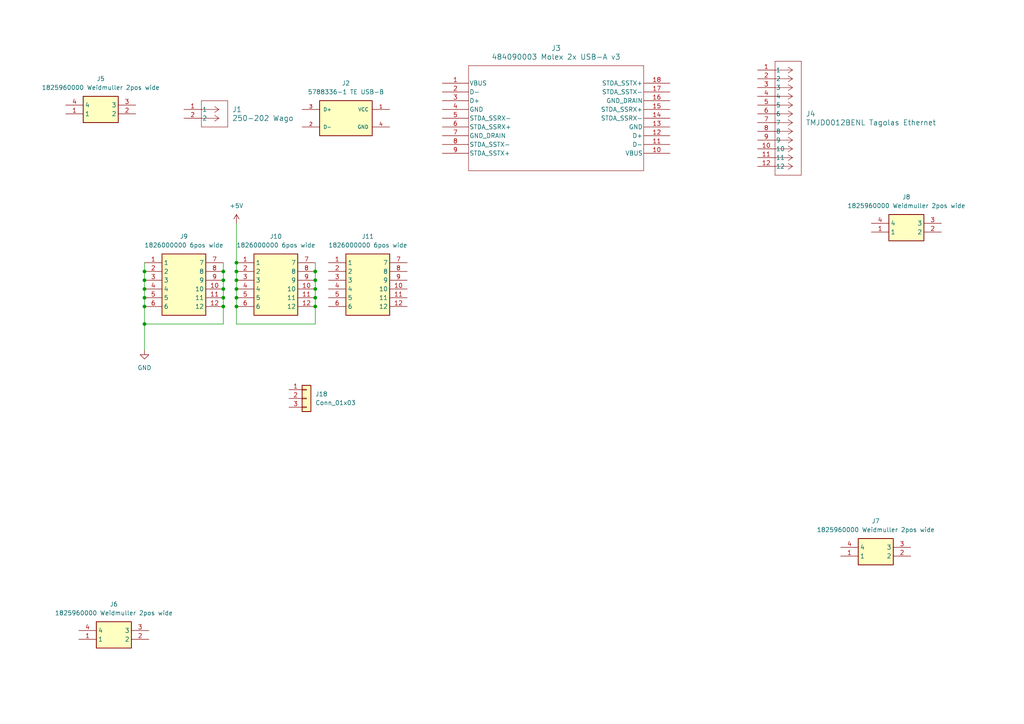
<source format=kicad_sch>
(kicad_sch (version 20230121) (generator eeschema)
  (paper "A4")
  (lib_symbols
    (symbol "Connector_Generic:Conn_01x03" (pin_names (offset 1.016) hide)
      (property "Reference" "J" (at 0 5.08 0))
      (property "Value" "Conn_01x03" (at 0 -5.08 0))
      (symbol "Conn_01x03_1_1"
        (rectangle (start -1.27 -2.413) (end 0 -2.667) (stroke (width 0.1524)))
        (rectangle (start -1.27 0.127) (end 0 -0.127) (stroke (width 0.1524)))
        (rectangle (start -1.27 2.667) (end 0 2.413) (stroke (width 0.1524)))
        (rectangle (start -1.27 3.81) (end 1.27 -3.81) (stroke (width 0.254)) (fill (type background)))
        (pin passive line (at -5.08 2.54 0) (length 3.81) (name "Pin_1") (number "1"))
        (pin passive line (at -5.08 0 0) (length 3.81) (name "Pin_2") (number "2"))
        (pin passive line (at -5.08 -2.54 0) (length 3.81) (name "Pin_3") (number "3"))
      )
    )
    (symbol "Snapeda:1825960000 Weidmuller 2pos wide"
      (property "Reference" "J" (at 16.51 7.62 0))
      (property "Value" "1825960000 Weidmuller 2pos wide" (at 16.51 5.08 0))
      (symbol "1825960000 Weidmuller 2pos wide_1_1"
        (rectangle (start 5.08 2.54) (end 15.24 -5.08) (stroke (width 0.254)) (fill (type background)))
        (pin passive line (at 0 -2.54 0) (length 5.08) (name "1") (number "1"))
        (pin passive line (at 20.32 -2.54 180) (length 5.08) (name "2") (number "2"))
        (pin passive line (at 20.32 0 180) (length 5.08) (name "3") (number "3"))
        (pin passive line (at 0 0 0) (length 5.08) (name "4") (number "4"))
      )
    )
    (symbol "Snapeda:250-202 Wago" (pin_names (offset 0.254))
      (property "Reference" "J" (at 8.89 6.35 0))
      (property "Value" "250-202 Wago" (at 2.54 3.81 0))
      (symbol "250-202 Wago_1_1"
        (polyline (pts (xy 5.08 -5.08) (xy 12.7 -5.08)) (stroke (width 0.127)))
        (polyline (pts (xy 5.08 2.54) (xy 5.08 -5.08)) (stroke (width 0.127)))
        (polyline (pts (xy 10.16 -2.54) (xy 5.08 -2.54)) (stroke (width 0.127)))
        (polyline (pts (xy 10.16 -2.54) (xy 8.89 -3.3867)) (stroke (width 0.127)))
        (polyline (pts (xy 10.16 -2.54) (xy 8.89 -1.6933)) (stroke (width 0.127)))
        (polyline (pts (xy 10.16 0) (xy 5.08 0)) (stroke (width 0.127)))
        (polyline (pts (xy 10.16 0) (xy 8.89 -0.8467)) (stroke (width 0.127)))
        (polyline (pts (xy 10.16 0) (xy 8.89 0.8467)) (stroke (width 0.127)))
        (polyline (pts (xy 12.7 -5.08) (xy 12.7 2.54)) (stroke (width 0.127)))
        (polyline (pts (xy 12.7 2.54) (xy 5.08 2.54)) (stroke (width 0.127)))
        (pin unspecified line (at 0 0 0) (length 5.08) (name "1") (number "1"))
        (pin unspecified line (at 0 -2.54 0) (length 5.08) (name "2") (number "2"))
      )
      (symbol "250-202 Wago_1_2"
        (polyline (pts (xy 5.08 -5.08) (xy 12.7 -5.08)) (stroke (width 0.127)))
        (polyline (pts (xy 5.08 2.54) (xy 5.08 -5.08)) (stroke (width 0.127)))
        (polyline (pts (xy 7.62 -2.54) (xy 5.08 -2.54)) (stroke (width 0.127)))
        (polyline (pts (xy 7.62 -2.54) (xy 8.89 -3.3867)) (stroke (width 0.127)))
        (polyline (pts (xy 7.62 -2.54) (xy 8.89 -1.6933)) (stroke (width 0.127)))
        (polyline (pts (xy 7.62 0) (xy 5.08 0)) (stroke (width 0.127)))
        (polyline (pts (xy 7.62 0) (xy 8.89 -0.8467)) (stroke (width 0.127)))
        (polyline (pts (xy 7.62 0) (xy 8.89 0.8467)) (stroke (width 0.127)))
        (polyline (pts (xy 12.7 -5.08) (xy 12.7 2.54)) (stroke (width 0.127)))
        (polyline (pts (xy 12.7 2.54) (xy 5.08 2.54)) (stroke (width 0.127)))
        (pin unspecified line (at 0 0 0) (length 5.08) (name "1") (number "1"))
        (pin unspecified line (at 0 -2.54 0) (length 5.08) (name "2") (number "2"))
      )
    )
    (symbol "Snapeda:484090003 Molex 2x USB-A v3" (pin_names (offset 0.254))
      (property "Reference" "J" (at 33.02 10.16 0))
      (property "Value" "484090003 Molex 2x USB-A v3" (at 33.02 7.62 0))
      (symbol "484090003 Molex 2x USB-A v3_0_1"
        (polyline (pts (xy 7.62 -25.4) (xy 58.42 -25.4)) (stroke (width 0.127)))
        (polyline (pts (xy 7.62 5.08) (xy 7.62 -25.4)) (stroke (width 0.127)))
        (polyline (pts (xy 58.42 -25.4) (xy 58.42 5.08)) (stroke (width 0.127)))
        (polyline (pts (xy 58.42 5.08) (xy 7.62 5.08)) (stroke (width 0.127)))
        (pin power_in line (at 0 0 0) (length 7.62) (name "VBUS") (number "1"))
        (pin power_in line (at 66.04 -20.32 180) (length 7.62) (name "VBUS") (number "10"))
        (pin bidirectional line (at 66.04 -17.78 180) (length 7.62) (name "D-") (number "11"))
        (pin bidirectional line (at 66.04 -15.24 180) (length 7.62) (name "D+") (number "12"))
        (pin power_out line (at 66.04 -12.7 180) (length 7.62) (name "GND") (number "13"))
        (pin input line (at 66.04 -10.16 180) (length 7.62) (name "STDA_SSRX-") (number "14"))
        (pin input line (at 66.04 -7.62 180) (length 7.62) (name "STDA_SSRX+") (number "15"))
        (pin power_out line (at 66.04 -5.08 180) (length 7.62) (name "GND_DRAIN") (number "16"))
        (pin output line (at 66.04 -2.54 180) (length 7.62) (name "STDA_SSTX-") (number "17"))
        (pin output line (at 66.04 0 180) (length 7.62) (name "STDA_SSTX+") (number "18"))
        (pin bidirectional line (at 0 -2.54 0) (length 7.62) (name "D-") (number "2"))
        (pin bidirectional line (at 0 -5.08 0) (length 7.62) (name "D+") (number "3"))
        (pin power_out line (at 0 -7.62 0) (length 7.62) (name "GND") (number "4"))
        (pin input line (at 0 -10.16 0) (length 7.62) (name "STDA_SSRX-") (number "5"))
        (pin input line (at 0 -12.7 0) (length 7.62) (name "STDA_SSRX+") (number "6"))
        (pin power_out line (at 0 -15.24 0) (length 7.62) (name "GND_DRAIN") (number "7"))
        (pin output line (at 0 -17.78 0) (length 7.62) (name "STDA_SSTX-") (number "8"))
        (pin output line (at 0 -20.32 0) (length 7.62) (name "STDA_SSTX+") (number "9"))
      )
    )
    (symbol "Snapeda:5788336-1 TE USB-B" (pin_names (offset 1.016))
      (property "Reference" "J" (at -7.6248 5.5915 0))
      (property "Value" "5788336-1 TE USB-B" (at -7.6215 -6.8593 0))
      (symbol "5788336-1 TE USB-B_0_0"
        (rectangle (start -7.62 -5.08) (end 7.62 5.08) (stroke (width 0.254)) (fill (type background)))
        (pin power_in line (at 12.7 2.54 180) (length 5.08) (name "VCC") (number "1"))
        (pin bidirectional line (at -12.7 -2.54 0) (length 5.08) (name "D-") (number "2"))
        (pin bidirectional line (at -12.7 2.54 0) (length 5.08) (name "D+") (number "3"))
        (pin power_in line (at 12.7 -2.54 180) (length 5.08) (name "GND") (number "4"))
      )
    )
    (symbol "Snapeda:TMJD0012BENL Tagolas Ethernet" (pin_names (offset 0.254))
      (property "Reference" "J" (at 8.89 6.35 0))
      (property "Value" "TMJD0012BENL Tagolas Ethernet" (at 24.13 2.54 0))
      (symbol "TMJD0012BENL Tagolas Ethernet_0_1"
        (polyline (pts (xy 5.08 -30.48) (xy 12.7 -30.48)) (stroke (width 0.127)))
        (polyline (pts (xy 5.08 2.54) (xy 5.08 -30.48)) (stroke (width 0.127)))
        (polyline (pts (xy 10.16 -27.94) (xy 5.08 -27.94)) (stroke (width 0.127)))
        (polyline (pts (xy 10.16 -27.94) (xy 8.89 -28.7867)) (stroke (width 0.127)))
        (polyline (pts (xy 10.16 -27.94) (xy 8.89 -27.0933)) (stroke (width 0.127)))
        (polyline (pts (xy 10.16 -25.4) (xy 5.08 -25.4)) (stroke (width 0.127)))
        (polyline (pts (xy 10.16 -25.4) (xy 8.89 -26.2467)) (stroke (width 0.127)))
        (polyline (pts (xy 10.16 -25.4) (xy 8.89 -24.5533)) (stroke (width 0.127)))
        (polyline (pts (xy 10.16 -22.86) (xy 5.08 -22.86)) (stroke (width 0.127)))
        (polyline (pts (xy 10.16 -22.86) (xy 8.89 -23.7067)) (stroke (width 0.127)))
        (polyline (pts (xy 10.16 -22.86) (xy 8.89 -22.0133)) (stroke (width 0.127)))
        (polyline (pts (xy 10.16 -20.32) (xy 5.08 -20.32)) (stroke (width 0.127)))
        (polyline (pts (xy 10.16 -20.32) (xy 8.89 -21.1667)) (stroke (width 0.127)))
        (polyline (pts (xy 10.16 -20.32) (xy 8.89 -19.4733)) (stroke (width 0.127)))
        (polyline (pts (xy 10.16 -17.78) (xy 5.08 -17.78)) (stroke (width 0.127)))
        (polyline (pts (xy 10.16 -17.78) (xy 8.89 -18.6267)) (stroke (width 0.127)))
        (polyline (pts (xy 10.16 -17.78) (xy 8.89 -16.9333)) (stroke (width 0.127)))
        (polyline (pts (xy 10.16 -15.24) (xy 5.08 -15.24)) (stroke (width 0.127)))
        (polyline (pts (xy 10.16 -15.24) (xy 8.89 -16.0867)) (stroke (width 0.127)))
        (polyline (pts (xy 10.16 -15.24) (xy 8.89 -14.3933)) (stroke (width 0.127)))
        (polyline (pts (xy 10.16 -12.7) (xy 5.08 -12.7)) (stroke (width 0.127)))
        (polyline (pts (xy 10.16 -12.7) (xy 8.89 -13.5467)) (stroke (width 0.127)))
        (polyline (pts (xy 10.16 -12.7) (xy 8.89 -11.8533)) (stroke (width 0.127)))
        (polyline (pts (xy 10.16 -10.16) (xy 5.08 -10.16)) (stroke (width 0.127)))
        (polyline (pts (xy 10.16 -10.16) (xy 8.89 -11.0067)) (stroke (width 0.127)))
        (polyline (pts (xy 10.16 -10.16) (xy 8.89 -9.3133)) (stroke (width 0.127)))
        (polyline (pts (xy 10.16 -7.62) (xy 5.08 -7.62)) (stroke (width 0.127)))
        (polyline (pts (xy 10.16 -7.62) (xy 8.89 -8.4667)) (stroke (width 0.127)))
        (polyline (pts (xy 10.16 -7.62) (xy 8.89 -6.7733)) (stroke (width 0.127)))
        (polyline (pts (xy 10.16 -5.08) (xy 5.08 -5.08)) (stroke (width 0.127)))
        (polyline (pts (xy 10.16 -5.08) (xy 8.89 -5.9267)) (stroke (width 0.127)))
        (polyline (pts (xy 10.16 -5.08) (xy 8.89 -4.2333)) (stroke (width 0.127)))
        (polyline (pts (xy 10.16 -2.54) (xy 5.08 -2.54)) (stroke (width 0.127)))
        (polyline (pts (xy 10.16 -2.54) (xy 8.89 -3.3867)) (stroke (width 0.127)))
        (polyline (pts (xy 10.16 -2.54) (xy 8.89 -1.6933)) (stroke (width 0.127)))
        (polyline (pts (xy 10.16 0) (xy 5.08 0)) (stroke (width 0.127)))
        (polyline (pts (xy 10.16 0) (xy 8.89 -0.8467)) (stroke (width 0.127)))
        (polyline (pts (xy 10.16 0) (xy 8.89 0.8467)) (stroke (width 0.127)))
        (polyline (pts (xy 12.7 -30.48) (xy 12.7 2.54)) (stroke (width 0.127)))
        (polyline (pts (xy 12.7 2.54) (xy 5.08 2.54)) (stroke (width 0.127)))
        (pin unspecified line (at 0 0 0) (length 5.08) (name "1") (number "1"))
        (pin unspecified line (at 0 -22.86 0) (length 5.08) (name "10") (number "10"))
        (pin unspecified line (at 0 -25.4 0) (length 5.08) (name "11") (number "11"))
        (pin unspecified line (at 0 -27.94 0) (length 5.08) (name "12") (number "12"))
        (pin unspecified line (at 0 -2.54 0) (length 5.08) (name "2") (number "2"))
        (pin unspecified line (at 0 -5.08 0) (length 5.08) (name "3") (number "3"))
        (pin unspecified line (at 0 -7.62 0) (length 5.08) (name "4") (number "4"))
        (pin unspecified line (at 0 -10.16 0) (length 5.08) (name "5") (number "5"))
        (pin unspecified line (at 0 -12.7 0) (length 5.08) (name "6") (number "6"))
        (pin unspecified line (at 0 -15.24 0) (length 5.08) (name "7") (number "7"))
        (pin unspecified line (at 0 -17.78 0) (length 5.08) (name "8") (number "8"))
        (pin unspecified line (at 0 -20.32 0) (length 5.08) (name "9") (number "9"))
      )
    )
    (symbol "Weidmuller:1825970000 3pos wide"
      (property "Reference" "J" (at 16.51 7.62 0))
      (property "Value" "1825970000 3pos wide" (at 16.51 5.08 0))
      (symbol "1825970000 3pos wide_1_1"
        (rectangle (start 5.08 2.54) (end 15.24 -7.62) (stroke (width 0.254)) (fill (type background)))
        (pin passive line (at 0 0 0) (length 5.08) (name "1") (number "1"))
        (pin passive line (at 20.32 0 180) (length 5.08) (name "2") (number "2"))
        (pin passive line (at 0 -2.54 0) (length 5.08) (name "3") (number "3"))
        (pin passive line (at 20.32 -2.54 180) (length 5.08) (name "4") (number "4"))
        (pin passive line (at 0 -5.08 0) (length 5.08) (name "5") (number "5"))
        (pin passive line (at 20.32 -5.08 180) (length 5.08) (name "6") (number "6"))
      )
    )
    (symbol "Weidmuller:1826000000 6pos wide"
      (property "Reference" "J" (at 19.05 7.62 0))
      (property "Value" "1826000000 6pos wide" (at 19.05 5.08 0))
      (symbol "1826000000 6pos wide_1_1"
        (rectangle (start 5.08 2.54) (end 17.78 -15.24) (stroke (width 0.254)) (fill (type background)))
        (pin passive line (at 0 0 0) (length 5.08) (name "1") (number "1"))
        (pin passive line (at 22.86 -7.62 180) (length 5.08) (name "10") (number "10"))
        (pin passive line (at 22.86 -10.16 180) (length 5.08) (name "11") (number "11"))
        (pin passive line (at 22.86 -12.7 180) (length 5.08) (name "12") (number "12"))
        (pin passive line (at 0 -2.54 0) (length 5.08) (name "2") (number "2"))
        (pin passive line (at 0 -5.08 0) (length 5.08) (name "3") (number "3"))
        (pin passive line (at 0 -7.62 0) (length 5.08) (name "4") (number "4"))
        (pin passive line (at 0 -10.16 0) (length 5.08) (name "5") (number "5"))
        (pin passive line (at 0 -12.7 0) (length 5.08) (name "6") (number "6"))
        (pin passive line (at 22.86 0 180) (length 5.08) (name "7") (number "7"))
        (pin passive line (at 22.86 -2.54 180) (length 5.08) (name "8") (number "8"))
        (pin passive line (at 22.86 -5.08 180) (length 5.08) (name "9") (number "9"))
      )
    )
    (symbol "power:+5V" (power) (pin_names (offset 0))
      (property "Value" "+5V" (at 0 3.556 0))
      (symbol "+5V_0_1"
        (polyline (pts (xy -0.762 1.27) (xy 0 2.54)))
        (polyline (pts (xy 0 0) (xy 0 2.54)))
        (polyline (pts (xy 0 2.54) (xy 0.762 1.27)))
      )
      (symbol "+5V_1_1"
        (pin power_in line (at 0 0 90) (length 0) hide (name "+5V") (number "1"))
      )
    )
    (symbol "power:GND" (power) (pin_names (offset 0))
      (property "Value" "GND" (at 0 -3.81 0))
      (symbol "GND_0_1"
        (polyline (pts (xy 0 0) (xy 0 -1.27) (xy 1.27 -1.27) (xy 0 -2.54) (xy -1.27 -1.27) (xy 0 -1.27)))
      )
      (symbol "GND_1_1"
        (pin power_in line (at 0 0 270) (length 0) hide (name "GND") (number "1"))
      )
    )
  )
  (junction (at 68.58 78.74))
  (junction (at 68.58 88.9))
  (junction (at 41.91 88.9))
  (junction (at 68.58 86.36))
  (junction (at 41.91 81.28))
  (junction (at 64.77 88.9))
  (junction (at 64.77 81.28))
  (junction (at 41.91 83.82))
  (junction (at 91.44 78.74))
  (junction (at 91.44 86.36))
  (junction (at 68.58 83.82))
  (junction (at 64.77 83.82))
  (junction (at 41.91 93.98))
  (junction (at 91.44 83.82))
  (junction (at 68.58 81.28))
  (junction (at 68.58 76.2))
  (junction (at 91.44 88.9))
  (junction (at 41.91 78.74))
  (junction (at 64.77 86.36))
  (junction (at 91.44 81.28))
  (junction (at 64.77 78.74))
  (junction (at 41.91 86.36))
  (wire (pts (xy 91.44 76.2) (xy 91.44 78.74)))
  (wire (pts (xy 68.58 81.28) (xy 68.58 83.82)))
  (wire (pts (xy 64.77 76.2) (xy 64.77 78.74)))
  (wire (pts (xy 41.91 78.74) (xy 41.91 81.28)))
  (wire (pts (xy 64.77 86.36) (xy 64.77 88.9)))
  (wire (pts (xy 41.91 88.9) (xy 41.91 93.98)))
  (wire (pts (xy 41.91 81.28) (xy 41.91 83.82)))
  (wire (pts (xy 64.77 88.9) (xy 64.77 93.98)))
  (wire (pts (xy 64.77 81.28) (xy 64.77 83.82)))
  (wire (pts (xy 41.91 83.82) (xy 41.91 86.36)))
  (wire (pts (xy 91.44 86.36) (xy 91.44 88.9)))
  (wire (pts (xy 91.44 83.82) (xy 91.44 86.36)))
  (wire (pts (xy 68.58 64.77) (xy 68.58 76.2)))
  (wire (pts (xy 91.44 93.98) (xy 68.58 93.98)))
  (wire (pts (xy 68.58 93.98) (xy 68.58 88.9)))
  (wire (pts (xy 41.91 76.2) (xy 41.91 78.74)))
  (wire (pts (xy 64.77 83.82) (xy 64.77 86.36)))
  (wire (pts (xy 68.58 76.2) (xy 68.58 78.74)))
  (wire (pts (xy 91.44 81.28) (xy 91.44 83.82)))
  (wire (pts (xy 64.77 93.98) (xy 41.91 93.98)))
  (wire (pts (xy 91.44 88.9) (xy 91.44 93.98)))
  (wire (pts (xy 91.44 78.74) (xy 91.44 81.28)))
  (wire (pts (xy 64.77 78.74) (xy 64.77 81.28)))
  (wire (pts (xy 68.58 83.82) (xy 68.58 86.36)))
  (wire (pts (xy 41.91 93.98) (xy 41.91 101.6)))
  (wire (pts (xy 41.91 86.36) (xy 41.91 88.9)))
  (wire (pts (xy 68.58 86.36) (xy 68.58 88.9)))
  (wire (pts (xy 68.58 78.74) (xy 68.58 81.28)))
  (symbol (lib_id "Snapeda:1825960000 Weidmuller 2pos wide") (at 22.86 182.88 0) (unit 1)
    (property "Reference" "J6" (at 33.02 175.26 0))
    (property "Value" "1825960000 Weidmuller 2pos wide" (at 33.02 177.8 0))
    (property "Footprint" "Weidmuller:1825960000" (effects hide))
    (property "Datasheet" "http://catalog.weidmueller.com/createDatasheetForMobile.do?ordernumber=1825960000&scope1=1&scope2=1&localeId=en" (effects hide))
    (property "Height" "14" (effects hide))
    (property "Manufacturer_Name" "Weidmuller" (effects hide))
    (property "Manufacturer_Part_Number" "1825960000" (effects hide))
    (property "Mouser Part Number" "470-1825960000" (effects hide))
    (property "Mouser Price/Stock" "https://www.mouser.co.uk/ProductDetail/Weidmuller/1825960000?qs=BTG2th8YmhTHqEF9wcCIDA%3D%3D" (effects hide))
  )
  (symbol (lib_id "Weidmuller:1825970000 3pos wide") (at -53.34 107.95 0) (unit 1)
    (property "Reference" "J12" (at -43.18 100.33 0))
    (property "Value" "1825970000 3pos wide" (at -43.18 102.87 0))
    (property "Footprint" "Weidmuller:1825970000" (effects hide))
    (property "Datasheet" "https://catalog.weidmueller.com/catalog/Start.do?localeId=en_DE&ObjectID=1825970000" (effects hide))
    (property "Height" "14" (effects hide))
    (property "Manufacturer_Name" "Weidmuller" (effects hide))
    (property "Manufacturer_Part_Number" "1825970000" (effects hide))
    (property "Mouser Part Number" "470-1825970000" (effects hide))
    (property "Mouser Price/Stock" "https://www.mouser.co.uk/ProductDetail/Weidmuller/1825970000?qs=BTG2th8YmhRDqFCxqJNfbg%3D%3D" (effects hide))
    (property "Arrow Part Number" "1825970000" (effects hide))
    (property "Arrow Price/Stock" "https://www.arrow.com/en/products/1825970000/weidmuller" (effects hide))
  )
  (symbol (lib_id "Snapeda:250-202 Wago") (at 53.34 31.75 0) (unit 1)
    (property "Reference" "J1" (at 67.31 31.75 0) (effects (font (size 1.524 1.524)) (justify left)))
    (property "Value" "250-202 Wago" (at 67.31 34.29 0) (effects (font (size 1.524 1.524)) (justify left)))
    (property "Footprint" "Wago:CONN_250-202" (effects hide))
    (property "Datasheet" "250-202" (effects hide))
    (property "MANUFACTURER" "Wago" (effects hide))
  )
  (symbol (lib_id "Weidmuller:1825970000 3pos wide") (at -53.34 175.26 0) (unit 1)
    (property "Reference" "J16" (at -43.18 167.64 0))
    (property "Value" "1825970000 3pos wide" (at -43.18 170.18 0))
    (property "Footprint" "Weidmuller:1825970000" (effects hide))
    (property "Datasheet" "https://catalog.weidmueller.com/catalog/Start.do?localeId=en_DE&ObjectID=1825970000" (effects hide))
    (property "Height" "14" (effects hide))
    (property "Manufacturer_Name" "Weidmuller" (effects hide))
    (property "Manufacturer_Part_Number" "1825970000" (effects hide))
    (property "Mouser Part Number" "470-1825970000" (effects hide))
    (property "Mouser Price/Stock" "https://www.mouser.co.uk/ProductDetail/Weidmuller/1825970000?qs=BTG2th8YmhRDqFCxqJNfbg%3D%3D" (effects hide))
    (property "Arrow Part Number" "1825970000" (effects hide))
    (property "Arrow Price/Stock" "https://www.arrow.com/en/products/1825970000/weidmuller" (effects hide))
  )
  (symbol (lib_id "Weidmuller:1825970000 3pos wide") (at -53.34 158.75 0) (unit 1)
    (property "Reference" "J15" (at -43.18 151.13 0))
    (property "Value" "1825970000 3pos wide" (at -43.18 153.67 0))
    (property "Footprint" "Weidmuller:1825970000" (effects hide))
    (property "Datasheet" "https://catalog.weidmueller.com/catalog/Start.do?localeId=en_DE&ObjectID=1825970000" (effects hide))
    (property "Height" "14" (effects hide))
    (property "Manufacturer_Name" "Weidmuller" (effects hide))
    (property "Manufacturer_Part_Number" "1825970000" (effects hide))
    (property "Mouser Part Number" "470-1825970000" (effects hide))
    (property "Mouser Price/Stock" "https://www.mouser.co.uk/ProductDetail/Weidmuller/1825970000?qs=BTG2th8YmhRDqFCxqJNfbg%3D%3D" (effects hide))
    (property "Arrow Part Number" "1825970000" (effects hide))
    (property "Arrow Price/Stock" "https://www.arrow.com/en/products/1825970000/weidmuller" (effects hide))
  )
  (symbol (lib_id "power:GND") (at 41.91 101.6 0) (unit 1)
    (property "Reference" "#PWR01" (effects hide))
    (property "Value" "GND" (at 41.91 106.68 0))
  )
  (symbol (lib_id "Weidmuller:1826000000 6pos wide") (at 68.58 76.2 0) (unit 1)
    (property "Reference" "J10" (at 80.01 68.58 0))
    (property "Value" "1826000000 6pos wide" (at 80.01 71.12 0))
    (property "Footprint" "Weidmuller:1826000000" (effects hide))
    (property "Datasheet" "https://catalog.weidmueller.com/catalog/Start.do;jsessionid=2749532747CE6C6BC1BEAE1201459BD6?ObjectID=1826000000&page=Product" (effects hide))
    (property "Height" "14" (effects hide))
    (property "Manufacturer_Name" "Weidmuller" (effects hide))
    (property "Manufacturer_Part_Number" "1826000000" (effects hide))
    (property "Mouser Part Number" "470-1826000000" (effects hide))
    (property "Mouser Price/Stock" "https://www.mouser.co.uk/ProductDetail/Weidmuller/1826000000?qs=WJDKaGZ8K%252B70pn5FEtEzLA%3D%3D" (effects hide))
  )
  (symbol (lib_id "Snapeda:TMJD0012BENL Tagolas Ethernet") (at 219.71 20.32 0) (unit 1)
    (property "Reference" "J4" (at 233.68 33.02 0) (effects (font (size 1.524 1.524)) (justify left)))
    (property "Value" "TMJD0012BENL Tagolas Ethernet" (at 233.68 35.56 0) (effects (font (size 1.524 1.524)) (justify left)))
    (property "Footprint" "Taoglas:CONN12_0012BENL_TAL" (effects hide))
    (property "Datasheet" "TMJD0012BENL" (effects hide))
    (property "MANUFACTURER" "Taoglas" (effects hide))
  )
  (symbol (lib_id "Weidmuller:1825970000 3pos wide") (at -53.34 189.23 0) (unit 1)
    (property "Reference" "J17" (at -43.18 181.61 0))
    (property "Value" "1825970000 3pos wide" (at -43.18 184.15 0))
    (property "Footprint" "Weidmuller:1825970000" (effects hide))
    (property "Datasheet" "https://catalog.weidmueller.com/catalog/Start.do?localeId=en_DE&ObjectID=1825970000" (effects hide))
    (property "Height" "14" (effects hide))
    (property "Manufacturer_Name" "Weidmuller" (effects hide))
    (property "Manufacturer_Part_Number" "1825970000" (effects hide))
    (property "Mouser Part Number" "470-1825970000" (effects hide))
    (property "Mouser Price/Stock" "https://www.mouser.co.uk/ProductDetail/Weidmuller/1825970000?qs=BTG2th8YmhRDqFCxqJNfbg%3D%3D" (effects hide))
    (property "Arrow Part Number" "1825970000" (effects hide))
    (property "Arrow Price/Stock" "https://www.arrow.com/en/products/1825970000/weidmuller" (effects hide))
  )
  (symbol (lib_id "Snapeda:1825960000 Weidmuller 2pos wide") (at 19.05 30.48 0) (unit 1)
    (property "Reference" "J5" (at 29.21 22.86 0))
    (property "Value" "1825960000 Weidmuller 2pos wide" (at 29.21 25.4 0))
    (property "Footprint" "Weidmuller:1825960000" (effects hide))
    (property "Datasheet" "http://catalog.weidmueller.com/createDatasheetForMobile.do?ordernumber=1825960000&scope1=1&scope2=1&localeId=en" (effects hide))
    (property "Height" "14" (effects hide))
    (property "Manufacturer_Name" "Weidmuller" (effects hide))
    (property "Manufacturer_Part_Number" "1825960000" (effects hide))
    (property "Mouser Part Number" "470-1825960000" (effects hide))
    (property "Mouser Price/Stock" "https://www.mouser.co.uk/ProductDetail/Weidmuller/1825960000?qs=BTG2th8YmhTHqEF9wcCIDA%3D%3D" (effects hide))
  )
  (symbol (lib_id "Snapeda:484090003 Molex 2x USB-A v3") (at 128.27 24.13 0) (unit 1)
    (property "Reference" "J3" (at 161.29 13.97 0) (effects (font (size 1.524 1.524))))
    (property "Value" "484090003 Molex 2x USB-A v3" (at 161.29 16.51 0) (effects (font (size 1.524 1.524))))
    (property "Footprint" "Molex:48409-0003_MOL" (effects hide))
    (property "Datasheet" "484090003" (effects hide))
    (property "MANUFACTURER" "Molex" (effects hide))
  )
  (symbol (lib_id "Weidmuller:1826000000 6pos wide") (at 95.25 76.2 0) (unit 1)
    (property "Reference" "J11" (at 106.68 68.58 0))
    (property "Value" "1826000000 6pos wide" (at 106.68 71.12 0))
    (property "Footprint" "Weidmuller:1826000000" (effects hide))
    (property "Datasheet" "https://catalog.weidmueller.com/catalog/Start.do;jsessionid=2749532747CE6C6BC1BEAE1201459BD6?ObjectID=1826000000&page=Product" (effects hide))
    (property "Height" "14" (effects hide))
    (property "Manufacturer_Name" "Weidmuller" (effects hide))
    (property "Manufacturer_Part_Number" "1826000000" (effects hide))
    (property "Mouser Part Number" "470-1826000000" (effects hide))
    (property "Mouser Price/Stock" "https://www.mouser.co.uk/ProductDetail/Weidmuller/1826000000?qs=WJDKaGZ8K%252B70pn5FEtEzLA%3D%3D" (effects hide))
  )
  (symbol (lib_id "Weidmuller:1825970000 3pos wide") (at -53.34 142.24 0) (unit 1)
    (property "Reference" "J14" (at -43.18 134.62 0))
    (property "Value" "1825970000 3pos wide" (at -43.18 137.16 0))
    (property "Footprint" "Weidmuller:1825970000" (effects hide))
    (property "Datasheet" "https://catalog.weidmueller.com/catalog/Start.do?localeId=en_DE&ObjectID=1825970000" (effects hide))
    (property "Height" "14" (effects hide))
    (property "Manufacturer_Name" "Weidmuller" (effects hide))
    (property "Manufacturer_Part_Number" "1825970000" (effects hide))
    (property "Mouser Part Number" "470-1825970000" (effects hide))
    (property "Mouser Price/Stock" "https://www.mouser.co.uk/ProductDetail/Weidmuller/1825970000?qs=BTG2th8YmhRDqFCxqJNfbg%3D%3D" (effects hide))
    (property "Arrow Part Number" "1825970000" (effects hide))
    (property "Arrow Price/Stock" "https://www.arrow.com/en/products/1825970000/weidmuller" (effects hide))
  )
  (symbol (lib_id "Snapeda:1825960000 Weidmuller 2pos wide") (at 252.73 64.77 0) (unit 1)
    (property "Reference" "J8" (at 262.89 57.15 0))
    (property "Value" "1825960000 Weidmuller 2pos wide" (at 262.89 59.69 0))
    (property "Footprint" "Weidmuller:1825960000" (effects hide))
    (property "Datasheet" "http://catalog.weidmueller.com/createDatasheetForMobile.do?ordernumber=1825960000&scope1=1&scope2=1&localeId=en" (effects hide))
    (property "Height" "14" (effects hide))
    (property "Manufacturer_Name" "Weidmuller" (effects hide))
    (property "Manufacturer_Part_Number" "1825960000" (effects hide))
    (property "Mouser Part Number" "470-1825960000" (effects hide))
    (property "Mouser Price/Stock" "https://www.mouser.co.uk/ProductDetail/Weidmuller/1825960000?qs=BTG2th8YmhTHqEF9wcCIDA%3D%3D" (effects hide))
  )
  (symbol (lib_id "Snapeda:1825960000 Weidmuller 2pos wide") (at 243.84 158.75 0) (unit 1)
    (property "Reference" "J7" (at 254 151.13 0))
    (property "Value" "1825960000 Weidmuller 2pos wide" (at 254 153.67 0))
    (property "Footprint" "Weidmuller:1825960000" (effects hide))
    (property "Datasheet" "http://catalog.weidmueller.com/createDatasheetForMobile.do?ordernumber=1825960000&scope1=1&scope2=1&localeId=en" (effects hide))
    (property "Height" "14" (effects hide))
    (property "Manufacturer_Name" "Weidmuller" (effects hide))
    (property "Manufacturer_Part_Number" "1825960000" (effects hide))
    (property "Mouser Part Number" "470-1825960000" (effects hide))
    (property "Mouser Price/Stock" "https://www.mouser.co.uk/ProductDetail/Weidmuller/1825960000?qs=BTG2th8YmhTHqEF9wcCIDA%3D%3D" (effects hide))
  )
  (symbol (lib_id "Connector_Generic:Conn_01x03") (at 88.9 115.57 0) (unit 1)
    (property "Reference" "J18" (at 91.44 114.3 0) (effects (justify left)))
    (property "Value" "Conn_01x03" (at 91.44 116.84 0) (effects (justify left)))
  )
  (symbol (lib_id "Snapeda:5788336-1 TE USB-B") (at 100.33 34.29 0) (unit 1)
    (property "Reference" "J2" (at 100.33 24.13 0))
    (property "Value" "5788336-1 TE USB-B" (at 100.33 26.67 0))
    (property "Footprint" "TE:TE_5788336-1_USB-B" (effects hide))
    (property "Datasheet" "5788336-1 " (effects hide))
    (property "PARTREV" "R" (effects hide))
    (property "STANDARD" "Manufacturer Recommendation" (effects hide))
    (property "MANUFACTURER" "TE Connectivity" (effects hide))
  )
  (symbol (lib_id "power:+5V") (at 68.58 64.77 0) (unit 1)
    (property "Reference" "#PWR02" (effects hide))
    (property "Value" "+5V" (at 68.58 59.69 0))
  )
  (symbol (lib_id "Weidmuller:1825970000 3pos wide") (at -53.34 124.46 0) (unit 1)
    (property "Reference" "J13" (at -43.18 116.84 0))
    (property "Value" "1825970000 3pos wide" (at -43.18 119.38 0))
    (property "Footprint" "Weidmuller:1825970000" (effects hide))
    (property "Datasheet" "https://catalog.weidmueller.com/catalog/Start.do?localeId=en_DE&ObjectID=1825970000" (effects hide))
    (property "Height" "14" (effects hide))
    (property "Manufacturer_Name" "Weidmuller" (effects hide))
    (property "Manufacturer_Part_Number" "1825970000" (effects hide))
    (property "Mouser Part Number" "470-1825970000" (effects hide))
    (property "Mouser Price/Stock" "https://www.mouser.co.uk/ProductDetail/Weidmuller/1825970000?qs=BTG2th8YmhRDqFCxqJNfbg%3D%3D" (effects hide))
    (property "Arrow Part Number" "1825970000" (effects hide))
    (property "Arrow Price/Stock" "https://www.arrow.com/en/products/1825970000/weidmuller" (effects hide))
  )
  (symbol (lib_id "Weidmuller:1826000000 6pos wide") (at 41.91 76.2 0) (unit 1)
    (property "Reference" "J9" (at 53.34 68.58 0))
    (property "Value" "1826000000 6pos wide" (at 53.34 71.12 0))
    (property "Footprint" "Weidmuller:1826000000" (effects hide))
    (property "Datasheet" "https://catalog.weidmueller.com/catalog/Start.do;jsessionid=2749532747CE6C6BC1BEAE1201459BD6?ObjectID=1826000000&page=Product" (effects hide))
    (property "Height" "14" (effects hide))
    (property "Manufacturer_Name" "Weidmuller" (effects hide))
    (property "Manufacturer_Part_Number" "1826000000" (effects hide))
    (property "Mouser Part Number" "470-1826000000" (effects hide))
    (property "Mouser Price/Stock" "https://www.mouser.co.uk/ProductDetail/Weidmuller/1826000000?qs=WJDKaGZ8K%252B70pn5FEtEzLA%3D%3D" (effects hide))
  )
)
</source>
